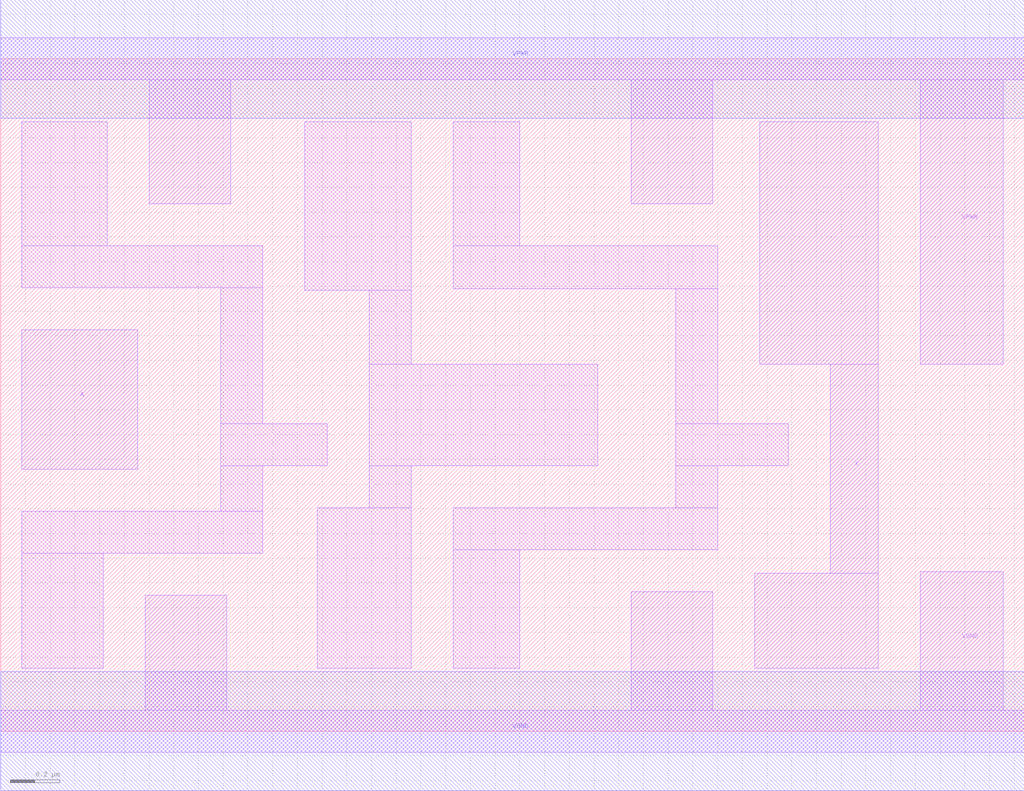
<source format=lef>
# Copyright 2020 The SkyWater PDK Authors
#
# Licensed under the Apache License, Version 2.0 (the "License");
# you may not use this file except in compliance with the License.
# You may obtain a copy of the License at
#
#     https://www.apache.org/licenses/LICENSE-2.0
#
# Unless required by applicable law or agreed to in writing, software
# distributed under the License is distributed on an "AS IS" BASIS,
# WITHOUT WARRANTIES OR CONDITIONS OF ANY KIND, either express or implied.
# See the License for the specific language governing permissions and
# limitations under the License.
#
# SPDX-License-Identifier: Apache-2.0

VERSION 5.5 ;
NAMESCASESENSITIVE ON ;
BUSBITCHARS "[]" ;
DIVIDERCHAR "/" ;
MACRO sky130_fd_sc_hd__clkdlybuf4s15_2
  CLASS CORE ;
  SOURCE USER ;
  ORIGIN  0.000000  0.000000 ;
  SIZE  4.140000 BY  2.720000 ;
  SYMMETRY X Y R90 ;
  SITE unithd ;
  PIN A
    ANTENNAGATEAREA  0.213000 ;
    DIRECTION INPUT ;
    USE SIGNAL ;
    PORT
      LAYER li1 ;
        RECT 0.085000 1.060000 0.555000 1.625000 ;
    END
  END A
  PIN X
    ANTENNADIFFAREA  0.397600 ;
    DIRECTION OUTPUT ;
    USE SIGNAL ;
    PORT
      LAYER li1 ;
        RECT 3.050000 0.255000 3.550000 0.640000 ;
        RECT 3.070000 1.485000 3.550000 2.465000 ;
        RECT 3.355000 0.640000 3.550000 1.485000 ;
    END
  END X
  PIN VGND
    DIRECTION INOUT ;
    SHAPE ABUTMENT ;
    USE GROUND ;
    PORT
      LAYER li1 ;
        RECT 0.000000 -0.085000 4.140000 0.085000 ;
        RECT 0.585000  0.085000 0.915000 0.550000 ;
        RECT 2.550000  0.085000 2.880000 0.565000 ;
        RECT 3.720000  0.085000 4.055000 0.645000 ;
    END
    PORT
      LAYER met1 ;
        RECT 0.000000 -0.240000 4.140000 0.240000 ;
    END
  END VGND
  PIN VNB
    DIRECTION INOUT ;
    USE GROUND ;
    PORT
    END
  END VNB
  PIN VPB
    DIRECTION INOUT ;
    USE POWER ;
    PORT
    END
  END VPB
  PIN VPWR
    DIRECTION INOUT ;
    SHAPE ABUTMENT ;
    USE POWER ;
    PORT
      LAYER li1 ;
        RECT 0.000000 2.635000 4.140000 2.805000 ;
        RECT 0.600000 2.135000 0.930000 2.635000 ;
        RECT 2.550000 2.135000 2.880000 2.635000 ;
        RECT 3.720000 1.485000 4.055000 2.635000 ;
    END
    PORT
      LAYER met1 ;
        RECT 0.000000 2.480000 4.140000 2.960000 ;
    END
  END VPWR
  OBS
    LAYER li1 ;
      RECT 0.085000 0.255000 0.415000 0.720000 ;
      RECT 0.085000 0.720000 1.060000 0.890000 ;
      RECT 0.085000 1.795000 1.060000 1.965000 ;
      RECT 0.085000 1.965000 0.430000 2.465000 ;
      RECT 0.890000 0.890000 1.060000 1.075000 ;
      RECT 0.890000 1.075000 1.320000 1.245000 ;
      RECT 0.890000 1.245000 1.060000 1.795000 ;
      RECT 1.230000 1.785000 1.660000 2.465000 ;
      RECT 1.280000 0.255000 1.660000 0.905000 ;
      RECT 1.490000 0.905000 1.660000 1.075000 ;
      RECT 1.490000 1.075000 2.415000 1.485000 ;
      RECT 1.490000 1.485000 1.660000 1.785000 ;
      RECT 1.830000 0.255000 2.100000 0.735000 ;
      RECT 1.830000 0.735000 2.900000 0.905000 ;
      RECT 1.830000 1.790000 2.900000 1.965000 ;
      RECT 1.830000 1.965000 2.100000 2.465000 ;
      RECT 2.730000 0.905000 2.900000 1.075000 ;
      RECT 2.730000 1.075000 3.185000 1.245000 ;
      RECT 2.730000 1.245000 2.900000 1.790000 ;
  END
END sky130_fd_sc_hd__clkdlybuf4s15_2
END LIBRARY

</source>
